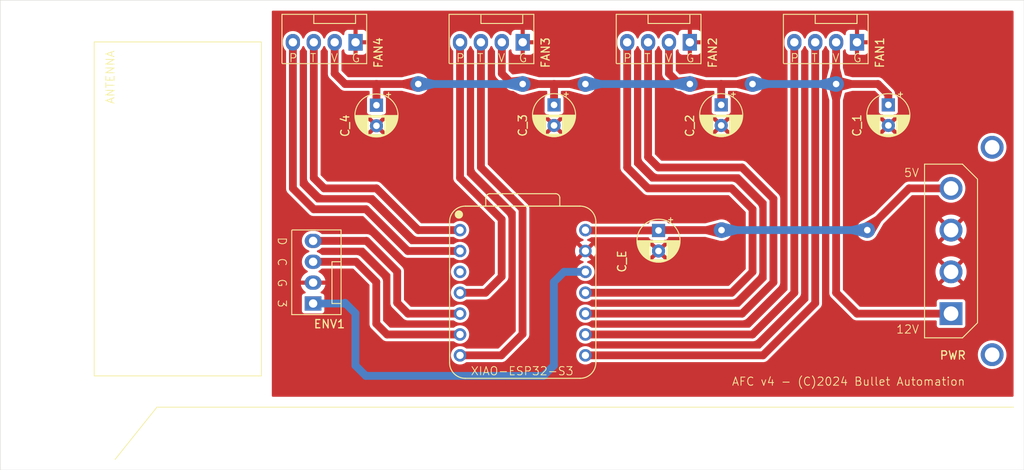
<source format=kicad_pcb>
(kicad_pcb (version 20240108) (generator "pcbnew") (generator_version "8.0")
  (layers (0 "F.Cu" signal) (31 "B.Cu" signal) (37 "F.SilkS" user "F.Silkscreen") (38 "B.Mask" user) (39 "F.Mask" user) (44 "Edge.Cuts" user))
  (net 0 "")
  (net 1 "SDA")
  (net 2 "SCL")
  (net 3 "5V")
  (net 4 "12V")
  (net 5 "GND")
  (net 6 "3V3")
  (net 7 "PWM1")
  (net 8 "PWM2")
  (net 9 "PWM3")
  (net 10 "PWM4")
  (net 11 "TACHO1")
  (net 12 "TACHO2")
  (net 13 "TACHO3")
  (net 14 "TACHO4")
  (footprint "Custom Project:PWM 4-pin Fan Header" (layer "F.Cu") (at 148.59 81.28)
    (property "Reference" "FAN3" (at 6.604 1.31 90) (layer "F.SilkS"))
    (property "Value" "PWM 4-pin Fan Header")
    (fp_text user "V" (at 0.762 2.54 0) (layer "F.SilkS") (effects (font (thickness 0.1)) (justify left bottom)))
    (fp_text user "G" (at 3.302 2.54 0) (layer "F.SilkS") (effects (font (thickness 0.1)) (justify left bottom)))
    (fp_text user "P" (at -4.318 2.54 0) (layer "F.SilkS") (effects (font (thickness 0.1)) (justify left bottom)))
    (fp_text user "T" (at -1.778 2.54 0) (layer "F.SilkS") (effects (font (thickness 0.1)) (justify left bottom)))
    (pad "1" thru_hole rect (at 3.83 0.04 270) (size 2.03 1.73) (drill 1.02) (layers "*.Cu" "*.Mask") (net 5 "GND"))
    (pad "2" thru_hole oval (at 1.29 0.04 270) (size 2.03 1.73) (drill 1.02) (layers "*.Cu" "*.Mask") (net 4 "12V"))
    (pad "3" thru_hole oval (at -1.25 0.04 270) (size 2.03 1.73) (drill 1.02) (layers "*.Cu" "*.Mask") (net 13 "TACHO3"))
    (pad "4" thru_hole oval (at -3.79 0.04 270) (size 2.03 1.73) (drill 1.02) (layers "*.Cu" "*.Mask") (net 9 "PWM3"))
  )
  (footprint "Capacitor_THT:CP_Radial_D5.0mm_P2.50mm" (layer "F.Cu") (at 176.55 88.94 -90)
    (property "Reference" "C_2" (at 2.54 3.81 90) (layer "F.SilkS"))
    (property "Value" "CP_Radial_D5.0mm_P2.50mm")
    (pad "1" thru_hole rect (at 0 0 270) (size 1.6 1.6) (drill 0.8) (layers "*.Cu" "*.Mask") (net 4 "12V"))
    (pad "2" thru_hole circle (at 2.5 0 270) (size 1.6 1.6) (drill 0.8) (layers "*.Cu" "*.Mask") (net 5 "GND"))
  )
  (footprint "Capacitor_THT:CP_Radial_D5.0mm_P2.50mm" (layer "F.Cu") (at 196.87 88.94 -90)
    (property "Reference" "C_1" (at 2.5 3.81 90) (layer "F.SilkS"))
    (property "Value" "CP_Radial_D5.0mm_P2.50mm")
    (pad "1" thru_hole rect (at 0 0 270) (size 1.6 1.6) (drill 0.8) (layers "*.Cu" "*.Mask") (net 4 "12V"))
    (pad "2" thru_hole circle (at 2.5 0 270) (size 1.6 1.6) (drill 0.8) (layers "*.Cu" "*.Mask") (net 5 "GND"))
  )
  (footprint "Capacitor_THT:CP_Radial_D5.0mm_P2.50mm" (layer "F.Cu") (at 134.64 88.98 -90)
    (property "Reference" "C_4" (at 2.5 3.81 90) (layer "F.SilkS"))
    (property "Value" "CP_Radial_D5.0mm_P2.50mm")
    (pad "1" thru_hole rect (at 0 0 270) (size 1.6 1.6) (drill 0.8) (layers "*.Cu" "*.Mask") (net 4 "12V"))
    (pad "2" thru_hole circle (at 2.5 0 270) (size 1.6 1.6) (drill 0.8) (layers "*.Cu" "*.Mask") (net 5 "GND"))
  )
  (footprint "Capacitor_THT:CP_Radial_D5.0mm_P2.50mm" (layer "F.Cu") (at 156.23 88.94 -90)
    (property "Reference" "C_3" (at 2.5 3.81 90) (layer "F.SilkS"))
    (property "Value" "CP_Radial_D5.0mm_P2.50mm")
    (pad "1" thru_hole rect (at 0 0 270) (size 1.6 1.6) (drill 0.8) (layers "*.Cu" "*.Mask") (net 4 "12V"))
    (pad "2" thru_hole circle (at 2.5 0 270) (size 1.6 1.6) (drill 0.8) (layers "*.Cu" "*.Mask") (net 5 "GND"))
  )
  (footprint "Custom Project:PWM 4-pin Fan Header" (layer "F.Cu") (at 168.91 81.28)
    (property "Reference" "FAN2" (at 6.604 1.31 90) (layer "F.SilkS"))
    (property "Value" "PWM 4-pin Fan Header")
    (fp_text user "G" (at 3.302 2.54 0) (layer "F.SilkS") (effects (font (thickness 0.1)) (justify left bottom)))
    (fp_text user "P" (at -4.318 2.54 0) (layer "F.SilkS") (effects (font (thickness 0.1)) (justify left bottom)))
    (fp_text user "V" (at 0.762 2.54 0) (layer "F.SilkS") (effects (font (thickness 0.1)) (justify left bottom)))
    (fp_text user "T" (at -1.778 2.54 0) (layer "F.SilkS") (effects (font (thickness 0.1)) (justify left bottom)))
    (pad "1" thru_hole rect (at 3.83 0.04 270) (size 2.03 1.73) (drill 1.02) (layers "*.Cu" "*.Mask") (net 5 "GND"))
    (pad "2" thru_hole oval (at 1.29 0.04 270) (size 2.03 1.73) (drill 1.02) (layers "*.Cu" "*.Mask") (net 4 "12V"))
    (pad "3" thru_hole oval (at -1.25 0.04 270) (size 2.03 1.73) (drill 1.02) (layers "*.Cu" "*.Mask") (net 12 "TACHO2"))
    (pad "4" thru_hole oval (at -3.79 0.04 270) (size 2.03 1.73) (drill 1.02) (layers "*.Cu" "*.Mask") (net 8 "PWM2"))
  )
  (footprint "MountingHole:MountingHole_3.2mm_M3" (layer "F.Cu") (at 93.98 125.63)
    (property "Reference" "REF**" (hide yes))
    (property "Value" "MountingHole_3.2mm_M3")
    (pad "" np_thru_hole circle (at 0 0) (size 3.2 3.2) (drill 3.2) (layers "*.Cu" "*.Mask"))
  )
  (footprint "Capacitor_THT:CP_Radial_D5.0mm_P2.50mm" (layer "F.Cu") (at 168.93 104.22 -90)
    (property "Reference" "C_E" (at 3.77 4.445 90) (layer "F.SilkS"))
    (property "Value" "CP_Radial_D5.0mm_P2.50mm")
    (pad "1" thru_hole rect (at 0 0 270) (size 1.6 1.6) (drill 0.8) (layers "*.Cu" "*.Mask") (net 3 "5V"))
    (pad "2" thru_hole circle (at 2.5 0 270) (size 1.6 1.6) (drill 0.8) (layers "*.Cu" "*.Mask") (net 5 "GND"))
  )
  (footprint "MountingHole:MountingHole_3.2mm_M3" (layer "F.Cu") (at 93.98 87.63)
    (property "Reference" "REF**" (hide yes))
    (property "Value" "MountingHole_3.2mm_M3")
    (pad "" np_thru_hole circle (at 0 0) (size 3.2 3.2) (drill 3.2) (layers "*.Cu" "*.Mask"))
  )
  (footprint "Custom Project:XIAO-ESP32S3-DIP" (layer "F.Cu") (at 152.42 111.8)
    (property "Reference" "XIAO-ESP32-S3" (hide yes))
    (property "Value" "XIAO-ESP32-S3-DIP")
    (pad "1" thru_hole circle (at -7.62 -7.62 180) (size 1.524 1.524) (drill 0.889) (layers "*.Cu" "*.Mask") (net 14 "TACHO4"))
    (pad "2" thru_hole circle (at -7.62 -5.08 180) (size 1.524 1.524) (drill 0.889) (layers "*.Cu" "*.Mask") (net 10 "PWM4"))
    (pad "3" thru_hole circle (at -7.62 -2.54 180) (size 1.524 1.524) (drill 0.889) (layers "*.Cu" "*.Mask"))
    (pad "4" thru_hole circle (at -7.62 0 180) (size 1.524 1.524) (drill 0.889) (layers "*.Cu" "*.Mask") (net 9 "PWM3"))
    (pad "5" thru_hole circle (at -7.62 2.54 180) (size 1.524 1.524) (drill 0.889) (layers "*.Cu" "*.Mask") (net 1 "SDA"))
    (pad "6" thru_hole circle (at -7.62 5.08 180) (size 1.524 1.524) (drill 0.889) (layers "*.Cu" "*.Mask") (net 2 "SCL"))
    (pad "7" thru_hole circle (at -7.62 7.62 180) (size 1.524 1.524) (drill 0.889) (layers "*.Cu" "*.Mask") (net 13 "TACHO3"))
    (pad "8" thru_hole circle (at 7.62 7.62) (size 1.524 1.524) (drill 0.889) (layers "*.Cu" "*.Mask") (net 11 "TACHO1"))
    (pad "9" thru_hole circle (at 7.62 5.08) (size 1.524 1.524) (drill 0.889) (layers "*.Cu" "*.Mask") (net 7 "PWM1"))
    (pad "10" thru_hole circle (at 7.62 2.54) (size 1.524 1.524) (drill 0.889) (layers "*.Cu" "*.Mask") (net 12 "TACHO2"))
    (pad "11" thru_hole circle (at 7.62 0) (size 1.524 1.524) (drill 0.889) (layers "*.Cu" "*.Mask") (net 8 "PWM2"))
    (pad "12" thru_hole circle (at 7.62 -2.54) (size 1.524 1.524) (drill 0.889) (layers "*.Cu" "*.Mask") (net 6 "3V3"))
    (pad "13" thru_hole circle (at 7.62 -5.08) (size 1.524 1.524) (drill 0.889) (layers "*.Cu" "*.Mask") (net 5 "GND"))
    (pad "14" thru_hole circle (at 7.62 -7.62) (size 1.524 1.524) (drill 0.889) (layers "*.Cu" "*.Mask") (net 3 "5V"))
  )
  (footprint "Custom Project:PWM 4-pin Fan Header" (layer "F.Cu") (at 128.27 81.28)
    (property "Reference" "FAN4" (at 6.604 1.31 90) (layer "F.SilkS"))
    (property "Value" "PWM 4-pin Fan Header")
    (fp_text user "V" (at 0.762 2.54 0) (layer "F.SilkS") (effects (font (thickness 0.1)) (justify left bottom)))
    (fp_text user "T" (at -1.778 2.54 0) (layer "F.SilkS") (effects (font (thickness 0.1)) (justify left bottom)))
    (fp_text user "G" (at 3.302 2.54 0) (layer "F.SilkS") (effects (font (thickness 0.1)) (justify left bottom)))
    (fp_text user "P" (at -4.318 2.54 0) (layer "F.SilkS") (effects (font (thickness 0.1)) (justify left bottom)))
    (pad "1" thru_hole rect (at 3.83 0.04 270) (size 2.03 1.73) (drill 1.02) (layers "*.Cu" "*.Mask") (net 5 "GND"))
    (pad "2" thru_hole oval (at 1.29 0.04 270) (size 2.03 1.73) (drill 1.02) (layers "*.Cu" "*.Mask") (net 4 "12V"))
    (pad "3" thru_hole oval (at -1.25 0.04 270) (size 2.03 1.73) (drill 1.02) (layers "*.Cu" "*.Mask") (net 14 "TACHO4"))
    (pad "4" thru_hole oval (at -3.79 0.04 270) (size 2.03 1.73) (drill 1.02) (layers "*.Cu" "*.Mask") (net 10 "PWM4"))
  )
  (footprint "Custom Project:Molex 4-Pin Power Connector" (layer "F.Cu") (at 204.49 106.72)
    (property "Reference" "PWR" (at 0.22 12.7 0) (layer "F.SilkS"))
    (property "Value" "Molex 4-Pin Power Connector")
    (fp_text user "5V" (at -3.83 -8.93 0) (layer "F.SilkS") (effects (font (thickness 0.1)) (justify right bottom)))
    (fp_text user "12V" (at -3.83 10.12 0) (layer "F.SilkS") (effects (font (thickness 0.1)) (justify right bottom)))
    (pad "" np_thru_hole circle (at 5 -12.62 270) (size 2.78 2.78) (drill 1.78) (layers "*.Cu" "*.Mask"))
    (pad "" np_thru_hole circle (at 5 12.62 270) (size 2.78 2.78) (drill 1.78) (layers "*.Cu" "*.Mask"))
    (pad "1" thru_hole rect (at 0 7.62 270) (size 2.78 2.78) (drill 1.78) (layers "*.Cu" "*.Mask") (net 4 "12V"))
    (pad "2" thru_hole circle (at 0 2.54 270) (size 2.78 2.78) (drill 1.78) (layers "*.Cu" "*.Mask") (net 5 "GND"))
    (pad "3" thru_hole circle (at 0 -2.54 270) (size 2.78 2.78) (drill 1.78) (layers "*.Cu" "*.Mask") (net 5 "GND"))
    (pad "4" thru_hole circle (at 0 -7.62 270) (size 2.78 2.78) (drill 1.78) (layers "*.Cu" "*.Mask") (net 3 "5V"))
  )
  (footprint "Custom Project:PWM 4-pin Fan Header" (layer "F.Cu") (at 189.23 81.28)
    (property "Reference" "FAN1" (at 6.604 1.31 90) (layer "F.SilkS"))
    (property "Value" "PWM 4-pin Fan Header")
    (fp_text user "G" (at 3.302 2.54 0) (layer "F.SilkS") (effects (font (thickness 0.1)) (justify left bottom)))
    (fp_text user "P" (at -4.318 2.54 0) (layer "F.SilkS") (effects (font (thickness 0.1)) (justify left bottom)))
    (fp_text user "V" (at 0.762 2.54 0) (layer "F.SilkS") (effects (font (thickness 0.1)) (justify left bottom)))
    (fp_text user "T" (at -1.778 2.54 0) (layer "F.SilkS") (effects (font (thickness 0.1)) (justify left bottom)))
    (pad "1" thru_hole rect (at 3.83 0.04 270) (size 2.03 1.73) (drill 1.02) (layers "*.Cu" "*.Mask") (net 5 "GND"))
    (pad "2" thru_hole oval (at 1.29 0.04 270) (size 2.03 1.73) (drill 1.02) (layers "*.Cu" "*.Mask") (net 4 "12V"))
    (pad "3" thru_hole oval (at -1.25 0.04 270) (size 2.03 1.73) (drill 1.02) (layers "*.Cu" "*.Mask") (net 11 "TACHO1"))
    (pad "4" thru_hole oval (at -3.79 0.04 270) (size 2.03 1.73) (drill 1.02) (layers "*.Cu" "*.Mask") (net 7 "PWM1"))
  )
  (footprint "Custom Project:PWM 4-pin Fan Header" (layer "F.Cu") (at 126.98 109.28 -90)
    (property "Reference" "ENV1" (at 6.33 -1.945 0) (layer "F.SilkS"))
    (property "Value" "PWM 4-pin Fan Header")
    (fp_text user "D" (at -4.318 4.405 -90) (layer "F.SilkS") (effects (font (thickness 0.1)) (justify left bottom)))
    (fp_text user "G" (at 0.762 4.405 -90) (layer "F.SilkS") (effects (font (thickness 0.1)) (justify left bottom)))
    (fp_text user "C" (at -1.778 4.405 -90) (layer "F.SilkS") (effects (font (thickness 0.1)) (justify left bottom)))
    (fp_text user "3" (at 3.302 4.405 -90) (layer "F.SilkS") (effects (font (thickness 0.1)) (justify left bottom)))
    (pad "1" thru_hole rect (at 3.83 0.04 180) (size 2.03 1.73) (drill 1.02) (layers "*.Cu" "*.Mask") (net 6 "3V3"))
    (pad "2" thru_hole oval (at 1.29 0.04 180) (size 2.03 1.73) (drill 1.02) (layers "*.Cu" "*.Mask") (net 5 "GND"))
    (pad "3" thru_hole oval (at -1.25 0.04 180) (size 2.03 1.73) (drill 1.02) (layers "*.Cu" "*.Mask") (net 2 "SCL"))
    (pad "4" thru_hole oval (at -3.79 0.04 180) (size 2.03 1.73) (drill 1.02) (layers "*.Cu" "*.Mask") (net 1 "SDA"))
  )
  (gr_line (start 107.95 125.73) (end 212.09 125.73) (stroke (width 0.1)) (layer "F.SilkS"))
  (gr_line (start 102.87 132.08) (end 107.95 125.73) (stroke (width 0.1)) (layer "F.SilkS"))
  (gr_rect (start 100.33 81.28) (end 120.65 121.92) (stroke (width 0.1)) (fill none) (layer "F.SilkS"))
  (gr_line (start 88.9 133.35) (end 88.9 76.2) (stroke (width 0.05)) (layer "Edge.Cuts"))
  (gr_line (start 213.36 133.35) (end 88.9 133.35) (stroke (width 0.05)) (layer "Edge.Cuts"))
  (gr_line (start 213.36 76.2) (end 213.36 133.35) (stroke (width 0.05)) (layer "Edge.Cuts"))
  (gr_line (start 88.9 76.2) (end 213.36 76.2) (stroke (width 0.05)) (layer "Edge.Cuts"))
  (gr_text "ANTENNA" (at 102.87 88.9 90) (layer "F.SilkS") (effects (font (size 1 1) (thickness 0.1)) (justify left bottom)))
  (gr_text "AFC v4 - (C)2024 Bullet Automation" (at 177.8 123.19 0) (layer "F.SilkS") (effects (font (size 1 1) (thickness 0.1)) (justify left bottom)))
  (gr_text "XIAO-ESP32-S3" (at 146.05 121.92 0) (layer "F.SilkS") (effects (font (size 1 1) (thickness 0.1)) (justify left bottom)))
  (segment (start 144.8 114.34) (end 138.47 114.34) (width 0.9525) (layer "F.Cu") (net 1))
  (segment (start 133.43 105.49) (end 126.94 105.49) (width 0.9525) (layer "F.Cu") (net 1))
  (segment (start 138.47 114.34) (end 137.16 113.03) (width 0.9525) (layer "F.Cu") (net 1))
  (segment (start 137.16 113.03) (end 137.16 109.22) (width 0.9525) (layer "F.Cu") (net 1))
  (segment (start 137.16 109.22) (end 133.43 105.49) (width 0.9525) (layer "F.Cu") (net 1))
  (segment (start 132.16 108.03) (end 126.94 108.03) (width 0.9525) (layer "F.Cu") (net 2))
  (segment (start 144.8 116.88) (end 135.93 116.88) (width 0.9525) (layer "F.Cu") (net 2))
  (segment (start 135.93 116.88) (end 134.62 115.57) (width 0.9525) (layer "F.Cu") (net 2))
  (segment (start 134.62 110.49) (end 132.16 108.03) (width 0.9525) (layer "F.Cu") (net 2))
  (segment (start 134.62 115.57) (end 134.62 110.49) (width 0.9525) (layer "F.Cu") (net 2))
  (segment (start 204.49 99.1) (end 199.39 99.1) (width 0.9525) (layer "F.Cu") (net 3))
  (segment (start 199.39 99.1) (end 194.31 104.18) (width 0.9525) (layer "F.Cu") (net 3))
  (segment (start 168.93 104.22) (end 160.08 104.22) (width 0.9525) (layer "F.Cu") (net 3))
  (segment (start 160.08 104.22) (end 160.04 104.18) (width 0.9525) (layer "F.Cu") (net 3))
  (segment (start 168.97 104.18) (end 168.93 104.22) (width 0.9525) (layer "F.Cu") (net 3))
  (segment (start 176.59 104.18) (end 168.97 104.18) (width 0.9525) (layer "F.Cu") (net 3))
  (via (at 194.31 104.18) (size 1.905) (drill 0.79375) (layers "F.Cu" "B.Cu") (net 3))
  (via (at 176.59 104.18) (size 1.905) (drill 0.79375) (layers "F.Cu" "B.Cu") (net 3))
  (segment (start 176.59 104.18) (end 194.31 104.18) (width 0.9525) (layer "B.Cu") (net 3))
  (segment (start 176.55 88.94) (end 176.55 86.4) (width 0.9525) (layer "F.Cu") (net 4))
  (segment (start 193.06 114.34) (end 204.49 114.34) (width 0.9525) (layer "F.Cu") (net 4))
  (segment (start 190.52 111.8) (end 193.06 114.34) (width 0.9525) (layer "F.Cu") (net 4))
  (segment (start 172.74 86.4) (end 176.55 86.4) (width 0.9525) (layer "F.Cu") (net 4))
  (segment (start 151.15 86.4) (end 149.88 85.13) (width 0.9525) (layer "F.Cu") (net 4))
  (segment (start 160.04 86.4) (end 156.23 86.4) (width 0.9525) (layer "F.Cu") (net 4))
  (segment (start 156.23 88.94) (end 156.23 86.4) (width 0.9525) (layer "F.Cu") (net 4))
  (segment (start 190.52 86.4) (end 190.52 81.32) (width 0.9525) (layer "F.Cu") (net 4))
  (segment (start 190.52 86.4) (end 195.6 86.4) (width 0.9525) (layer "F.Cu") (net 4))
  (segment (start 139.72 86.4) (end 134.64 86.4) (width 0.9525) (layer "F.Cu") (net 4))
  (segment (start 129.56 85.13) (end 129.56 81.32) (width 0.9525) (layer "F.Cu") (net 4))
  (segment (start 134.64 86.4) (end 130.83 86.4) (width 0.9525) (layer "F.Cu") (net 4))
  (segment (start 195.6 86.4) (end 196.87 87.67) (width 0.9525) (layer "F.Cu") (net 4))
  (segment (start 170.2 85.13) (end 171.47 86.4) (width 0.9525) (layer "F.Cu") (net 4))
  (segment (start 170.2 81.32) (end 170.2 85.13) (width 0.9525) (layer "F.Cu") (net 4))
  (segment (start 134.64 88.98) (end 134.64 86.4) (width 0.9525) (layer "F.Cu") (net 4))
  (segment (start 176.55 86.4) (end 180.36 86.4) (width 0.9525) (layer "F.Cu") (net 4))
  (segment (start 196.87 87.67) (end 196.87 88.94) (width 0.9525) (layer "F.Cu") (net 4))
  (segment (start 190.52 86.4) (end 190.52 111.8) (width 0.9525) (layer "F.Cu") (net 4))
  (segment (start 149.88 85.13) (end 149.88 81.32) (width 0.9525) (layer "F.Cu") (net 4))
  (segment (start 152.42 86.4) (end 151.15 86.4) (width 0.9525) (layer "F.Cu") (net 4))
  (segment (start 156.23 86.4) (end 152.42 86.4) (width 0.9525) (layer "F.Cu") (net 4))
  (segment (start 171.47 86.4) (end 172.74 86.4) (width 0.9525) (layer "F.Cu") (net 4))
  (segment (start 130.83 86.4) (end 129.56 85.13) (width 0.9525) (layer "F.Cu") (net 4))
  (via (at 160.04 86.4) (size 1.905) (drill 0.79375) (layers "F.Cu" "B.Cu") (net 4))
  (via (at 180.36 86.4) (size 1.905) (drill 0.79375) (layers "F.Cu" "B.Cu") (net 4))
  (via (at 172.74 86.4) (size 1.905) (drill 0.79375) (layers "F.Cu" "B.Cu") (net 4))
  (via (at 190.52 86.4) (size 1.905) (drill 0.79375) (layers "F.Cu" "B.Cu") (net 4))
  (via (at 139.72 86.4) (size 1.905) (drill 0.79375) (layers "F.Cu" "B.Cu") (net 4))
  (via (at 152.42 86.4) (size 1.905) (drill 0.79375) (layers "F.Cu" "B.Cu") (net 4))
  (segment (start 190.52 86.4) (end 180.36 86.4) (width 0.9525) (layer "B.Cu") (net 4))
  (segment (start 139.72 86.4) (end 152.42 86.4) (width 0.9525) (layer "B.Cu") (net 4))
  (segment (start 172.74 86.4) (end 160.04 86.4) (width 0.9525) (layer "B.Cu") (net 4))
  (segment (start 126.94 110.57) (end 126.9 110.53) (width 0.9525) (layer "F.Cu") (net 5))
  (segment (start 126.98 113.07) (end 126.94 113.11) (width 0.9525) (layer "F.Cu") (net 6))
  (segment (start 133.35 121.92) (end 132.08 120.65) (width 0.9525) (layer "B.Cu") (net 6))
  (segment (start 132.08 114.3) (end 130.81 113.03) (width 0.9525) (layer "B.Cu") (net 6))
  (segment (start 156.21 110.49) (end 156.21 120.65) (width 0.9525) (layer "B.Cu") (net 6))
  (segment (start 160.04 109.26) (end 157.44 109.26) (width 0.9525) (layer "B.Cu") (net 6))
  (segment (start 130.73 113.11) (end 126.94 113.11) (width 0.9525) (layer "B.Cu") (net 6))
  (segment (start 157.44 109.26) (end 156.21 110.49) (width 0.9525) (layer "B.Cu") (net 6))
  (segment (start 132.08 120.65) (end 132.08 114.3) (width 0.9525) (layer "B.Cu") (net 6))
  (segment (start 156.21 120.65) (end 154.94 121.92) (width 0.9525) (layer "B.Cu") (net 6))
  (segment (start 130.81 113.03) (end 130.73 113.11) (width 0.9525) (layer "B.Cu") (net 6))
  (segment (start 154.94 121.92) (end 133.35 121.92) (width 0.9525) (layer "B.Cu") (net 6))
  (segment (start 185.44 81.32) (end 185.44 111.8) (width 0.9525) (layer "F.Cu") (net 7))
  (segment (start 185.44 111.8) (end 180.36 116.88) (width 0.9525) (layer "F.Cu") (net 7))
  (segment (start 180.36 116.88) (end 160.04 116.88) (width 0.9525) (layer "F.Cu") (net 7))
  (segment (start 165.12 96.56) (end 165.12 81.32) (width 0.9525) (layer "F.Cu") (net 8))
  (segment (start 160.04 111.8) (end 177.82 111.8) (width 0.9525) (layer "F.Cu") (net 8))
  (segment (start 180.36 109.26) (end 180.36 101.64) (width 0.9525) (layer "F.Cu") (net 8))
  (segment (start 177.82 99.1) (end 167.66 99.1) (width 0.9525) (layer "F.Cu") (net 8))
  (segment (start 167.66 99.1) (end 165.12 96.56) (width 0.9525) (layer "F.Cu") (net 8))
  (segment (start 180.36 101.64) (end 177.82 99.1) (width 0.9525) (layer "F.Cu") (net 8))
  (segment (start 177.82 111.8) (end 180.36 109.26) (width 0.9525) (layer "F.Cu") (net 8))
  (segment (start 149.86 109.835) (end 149.86 102.87) (width 0.9525) (layer "F.Cu") (net 9))
  (segment (start 147.895 111.8) (end 149.86 109.835) (width 0.9525) (layer "F.Cu") (net 9))
  (segment (start 149.86 102.87) (end 144.8 97.81) (width 0.9525) (layer "F.Cu") (net 9))
  (segment (start 144.8 111.8) (end 147.895 111.8) (width 0.9525) (layer "F.Cu") (net 9))
  (segment (start 144.8 97.81) (end 144.8 81.32) (width 0.9525) (layer "F.Cu") (net 9))
  (segment (start 124.48 99.1) (end 124.48 81.32) (width 0.9525) (layer "F.Cu") (net 10))
  (segment (start 138.45 106.72) (end 133.37 101.64) (width 0.9525) (layer "F.Cu") (net 10))
  (segment (start 133.37 101.64) (end 127.02 101.64) (width 0.9525) (layer "F.Cu") (net 10))
  (segment (start 144.8 106.72) (end 138.45 106.72) (width 0.9525) (layer "F.Cu") (net 10))
  (segment (start 127.02 101.64) (end 124.48 99.1) (width 0.9525) (layer "F.Cu") (net 10))
  (segment (start 187.98 113.07) (end 181.63 119.42) (width 0.9525) (layer "F.Cu") (net 11))
  (segment (start 187.98 81.32) (end 187.98 113.07) (width 0.9525) (layer "F.Cu") (net 11))
  (segment (start 181.63 119.42) (end 160.04 119.42) (width 0.9525) (layer "F.Cu") (net 11))
  (segment (start 168.93 96.56) (end 167.66 95.29) (width 0.9525) (layer "F.Cu") (net 12))
  (segment (start 179.09 96.56) (end 168.93 96.56) (width 0.9525) (layer "F.Cu") (net 12))
  (segment (start 160.04 114.34) (end 179.09 114.34) (width 0.9525) (layer "F.Cu") (net 12))
  (segment (start 182.9 110.53) (end 182.9 100.37) (width 0.9525) (layer "F.Cu") (net 12))
  (segment (start 179.09 114.34) (end 182.9 110.53) (width 0.9525) (layer "F.Cu") (net 12))
  (segment (start 167.66 95.29) (end 167.66 81.32) (width 0.9525) (layer "F.Cu") (net 12))
  (segment (start 182.9 100.37) (end 179.09 96.56) (width 0.9525) (layer "F.Cu") (net 12))
  (segment (start 149.82 119.42) (end 144.8 119.42) (width 0.9525) (layer "F.Cu") (net 13))
  (segment (start 147.34 96.54) (end 152.4 101.6) (width 0.9525) (layer "F.Cu") (net 13))
  (segment (start 147.34 81.32) (end 147.34 96.54) (width 0.9525) (layer "F.Cu") (net 13))
  (segment (start 152.4 116.84) (end 149.82 119.42) (width 0.9525) (layer "F.Cu") (net 13))
  (segment (start 152.4 101.6) (end 152.4 116.84) (width 0.9525) (layer "F.Cu") (net 13))
  (segment (start 134.64 99.1) (end 128.29 99.1) (width 0.9525) (layer "F.Cu") (net 14))
  (segment (start 139.72 104.18) (end 134.64 99.1) (width 0.9525) (layer "F.Cu") (net 14))
  (segment (start 144.8 104.18) (end 139.72 104.18) (width 0.9525) (layer "F.Cu") (net 14))
  (segment (start 127.02 97.83) (end 127.02 81.32) (width 0.9525) (layer "F.Cu") (net 14))
  (segment (start 128.29 99.1) (end 127.02 97.83) (width 0.9525) (layer "F.Cu") (net 14))
  (zone (net 5) (net_name "GND") (layer "F.Cu") (connect_pads (clearance 0.35)) (min_thickness 0.25) (fill yes (thermal_gap 0.5) (thermal_bridge_width 0.5))
    (polygon (pts (xy 121.92 77.47) (xy 212.09 77.47) (xy 212.09 124.46) (xy 121.92 124.46)))
  )
)
</source>
